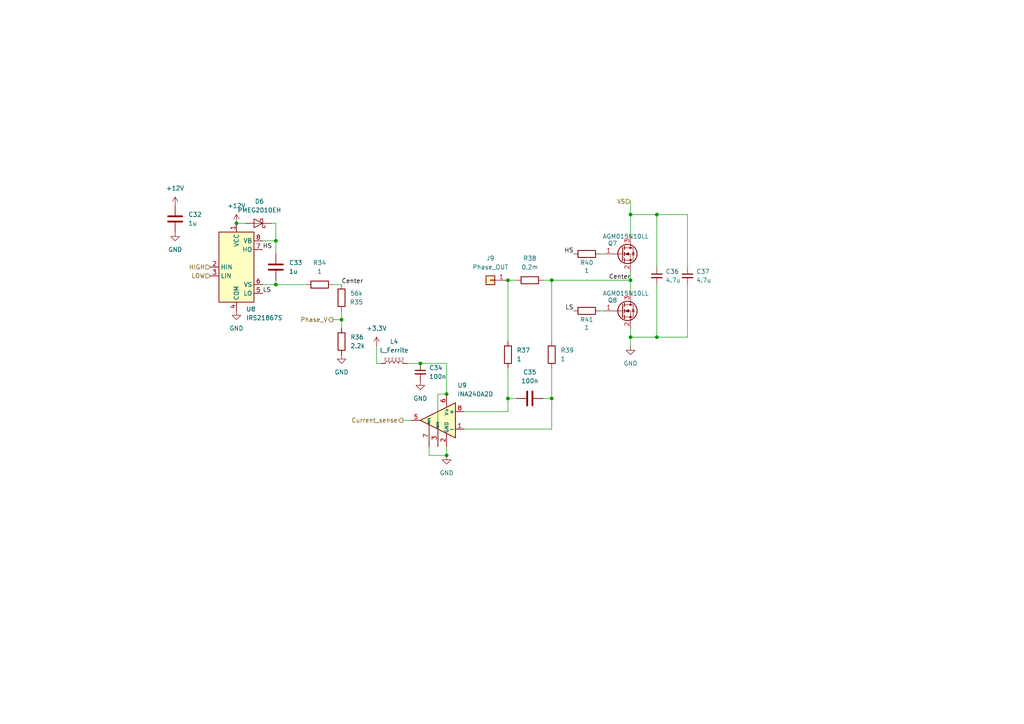
<source format=kicad_sch>
(kicad_sch (version 20250114) (generator "eeschema") (generator_version "9.0")
  (paper "A4")
  (title_block (title "GreenMobi Drive") (date "2025-07-02") (rev "0.1"))
  (lib_symbols
    (symbol "Amplifier_Current:INA240A2D" (pin_names (offset 0.127))
      (property "Reference" "U" (at 3.81 3.81 0))
      (property "Value" "INA240A2D" (at 3.81 -2.54 0))
      (symbol "INA240A2D_0_1"
        (polyline (pts (xy 5.08 0) (xy -5.08 5.08) (xy -5.08 -5.08) (xy 5.08 0)) (stroke (width 0.254)) (fill (type background)))
      )
      (symbol "INA240A2D_1_1"
        (pin input line (at -7.62 2.54 0) (length 2.54) (name "+") (number "8"))
        (pin input line (at -7.62 -2.54 0) (length 2.54) (name "-") (number "1"))
        (pin power_in line (at -2.54 7.62 270) (length 3.81) (name "V+") (number "6"))
        (pin power_in line (at -2.54 -7.62 90) (length 3.81) (name "GND") (number "2"))
        (pin passive line (at -2.54 -7.62 90) (length 3.81) (hide yes) (name "GND") (number "4"))
        (pin passive line (at 0 -7.62 90) (length 5.08) (name "REF2") (number "3"))
        (pin passive line (at 2.54 -7.62 90) (length 6.35) (name "REF1") (number "7"))
        (pin output line (at 7.62 0 180) (length 2.54) (name "~") (number "5"))
      )
    )
    (symbol "Connector_Generic:Conn_01x01" (pin_names (offset 1.016) (hide yes))
      (property "Reference" "J" (at 0 2.54 0))
      (property "Value" "Conn_01x01" (at 0 -2.54 0))
      (symbol "Conn_01x01_1_1"
        (rectangle (start -1.27 1.27) (end 1.27 -1.27) (stroke (width 0.254)) (fill (type background)))
        (rectangle (start -1.27 0.127) (end 0 -0.127) (stroke (width 0.1524)))
        (pin passive line (at -5.08 0 0) (length 3.81) (name "Pin_1") (number "1"))
      )
    )
    (symbol "Device:C" (pin_numbers (hide yes)) (pin_names (offset 0.254))
      (property "Reference" "C" (at 0.635 2.54 0))
      (property "Value" "C" (at 0.635 -2.54 0))
      (symbol "C_0_1"
        (polyline (pts (xy -2.032 0.762) (xy 2.032 0.762)) (stroke (width 0.508)))
        (polyline (pts (xy -2.032 -0.762) (xy 2.032 -0.762)) (stroke (width 0.508)))
      )
      (symbol "C_1_1"
        (pin passive line (at 0 3.81 270) (length 2.794) (name "~") (number "1"))
        (pin passive line (at 0 -3.81 90) (length 2.794) (name "~") (number "2"))
      )
    )
    (symbol "Device:C_Small" (pin_numbers (hide yes)) (pin_names (offset 0.254) (hide yes))
      (property "Reference" "C" (at 0.254 1.778 0))
      (property "Value" "C_Small" (at 0.254 -2.032 0))
      (symbol "C_Small_0_1"
        (polyline (pts (xy -1.524 0.508) (xy 1.524 0.508)) (stroke (width 0.3048)))
        (polyline (pts (xy -1.524 -0.508) (xy 1.524 -0.508)) (stroke (width 0.3302)))
      )
      (symbol "C_Small_1_1"
        (pin passive line (at 0 2.54 270) (length 2.032) (name "~") (number "1"))
        (pin passive line (at 0 -2.54 90) (length 2.032) (name "~") (number "2"))
      )
    )
    (symbol "Device:L_Ferrite" (pin_numbers (hide yes)) (pin_names (offset 1.016) (hide yes))
      (property "Reference" "L" (at -1.27 0 90))
      (property "Value" "L_Ferrite" (at 2.794 0 90))
      (symbol "L_Ferrite_0_1"
        (arc (start 0 2.54) (mid 0.6323 1.905) (end 0 1.27))
        (arc (start 0 1.27) (mid 0.6323 0.635) (end 0 0))
        (arc (start 0 0) (mid 0.6323 -0.635) (end 0 -1.27))
        (arc (start 0 -1.27) (mid 0.6323 -1.905) (end 0 -2.54))
        (polyline (pts (xy 1.016 2.286) (xy 1.016 2.794)))
        (polyline (pts (xy 1.016 1.27) (xy 1.016 1.778)))
        (polyline (pts (xy 1.016 0.254) (xy 1.016 0.762)))
        (polyline (pts (xy 1.016 -0.762) (xy 1.016 -0.254)))
        (polyline (pts (xy 1.016 -1.778) (xy 1.016 -1.27)))
        (polyline (pts (xy 1.016 -2.794) (xy 1.016 -2.286)))
        (polyline (pts (xy 1.524 2.794) (xy 1.524 2.286)))
        (polyline (pts (xy 1.524 1.778) (xy 1.524 1.27)))
        (polyline (pts (xy 1.524 0.762) (xy 1.524 0.254)))
        (polyline (pts (xy 1.524 -0.254) (xy 1.524 -0.762)))
        (polyline (pts (xy 1.524 -1.27) (xy 1.524 -1.778)))
        (polyline (pts (xy 1.524 -2.286) (xy 1.524 -2.794)))
      )
      (symbol "L_Ferrite_1_1"
        (pin passive line (at 0 3.81 270) (length 1.27) (name "1") (number "1"))
        (pin passive line (at 0 -3.81 90) (length 1.27) (name "2") (number "2"))
      )
    )
    (symbol "Device:R" (pin_numbers (hide yes)) (pin_names (offset 0))
      (property "Reference" "R" (at 2.032 0 90))
      (property "Value" "R" (at 0 0 90))
      (symbol "R_0_1"
        (rectangle (start -1.016 -2.54) (end 1.016 2.54) (stroke (width 0.254)))
      )
      (symbol "R_1_1"
        (pin passive line (at 0 3.81 270) (length 1.27) (name "~") (number "1"))
        (pin passive line (at 0 -3.81 90) (length 1.27) (name "~") (number "2"))
      )
    )
    (symbol "Diode:PMEG2010EH" (pin_numbers (hide yes)) (pin_names (hide yes))
      (property "Reference" "D" (at 0 2.54 0))
      (property "Value" "PMEG2010EH" (at 0 -2.54 0))
      (symbol "PMEG2010EH_0_1"
        (polyline (pts (xy -1.905 0.635) (xy -1.905 1.27) (xy -1.27 1.27) (xy -1.27 -1.27) (xy -0.635 -1.27) (xy -0.635 -0.635)) (stroke (width 0.2032)))
        (polyline (pts (xy 1.27 1.27) (xy 1.27 -1.27) (xy -1.27 0) (xy 1.27 1.27)) (stroke (width 0.2032)))
        (polyline (pts (xy 1.27 0) (xy -1.27 0)))
      )
      (symbol "PMEG2010EH_1_1"
        (pin passive line (at -3.81 0 0) (length 2.54) (name "K") (number "1"))
        (pin passive line (at 3.81 0 180) (length 2.54) (name "A") (number "2"))
      )
    )
    (symbol "Driver_FET:IRS21867S"
      (property "Reference" "U" (at 1.27 13.335 0))
      (property "Value" "IRS21867S" (at 1.27 11.43 0))
      (symbol "IRS21867S_0_1"
        (rectangle (start -5.08 -10.16) (end 5.08 10.16) (stroke (width 0.254)) (fill (type background)))
      )
      (symbol "IRS21867S_1_1"
        (pin input line (at -7.62 0 0) (length 2.54) (name "HIN") (number "2"))
        (pin input line (at -7.62 -2.54 0) (length 2.54) (name "LIN") (number "3"))
        (pin power_in line (at 0 12.7 270) (length 2.54) (name "VCC") (number "1"))
        (pin power_in line (at 0 -12.7 90) (length 2.54) (name "COM") (number "4"))
        (pin passive line (at 7.62 7.62 180) (length 2.54) (name "VB") (number "8"))
        (pin output line (at 7.62 5.08 180) (length 2.54) (name "HO") (number "7"))
        (pin passive line (at 7.62 -5.08 180) (length 2.54) (name "VS") (number "6"))
        (pin output line (at 7.62 -7.62 180) (length 2.54) (name "LO") (number "5"))
      )
    )
    (symbol "Transistor_FET:Q_NMOS_GSD" (pin_names (offset 0) (hide yes))
      (property "Reference" "Q" (at 5.08 1.905 0))
      (property "Value" "Q_NMOS_GSD" (at 5.08 0 0))
      (symbol "Q_NMOS_GSD_0_1"
        (polyline (pts (xy 0.254 1.905) (xy 0.254 -1.905)) (stroke (width 0.254)))
        (polyline (pts (xy 0.254 0) (xy -2.54 0)))
        (polyline (pts (xy 0.762 2.286) (xy 0.762 1.27)) (stroke (width 0.254)))
        (polyline (pts (xy 0.762 0.508) (xy 0.762 -0.508)) (stroke (width 0.254)))
        (polyline (pts (xy 0.762 -1.27) (xy 0.762 -2.286)) (stroke (width 0.254)))
        (polyline (pts (xy 0.762 -1.778) (xy 3.302 -1.778) (xy 3.302 1.778) (xy 0.762 1.778)))
        (polyline (pts (xy 1.016 0) (xy 2.032 0.381) (xy 2.032 -0.381) (xy 1.016 0)) (fill (type outline)))
        (circle (center 1.651 0) (radius 2.794) (stroke (width 0.254)))
        (polyline (pts (xy 2.54 2.54) (xy 2.54 1.778)))
        (circle (center 2.54 1.778) (radius 0.254) (fill (type outline)))
        (circle (center 2.54 -1.778) (radius 0.254) (fill (type outline)))
        (polyline (pts (xy 2.54 -2.54) (xy 2.54 0) (xy 0.762 0)))
        (polyline (pts (xy 2.921 0.381) (xy 3.683 0.381)))
        (polyline (pts (xy 3.302 0.381) (xy 2.921 -0.254) (xy 3.683 -0.254) (xy 3.302 0.381)))
      )
      (symbol "Q_NMOS_GSD_1_1"
        (pin input line (at -5.08 0 0) (length 2.54) (name "G") (number "1"))
        (pin passive line (at 2.54 5.08 270) (length 2.54) (name "D") (number "3"))
        (pin passive line (at 2.54 -5.08 90) (length 2.54) (name "S") (number "2"))
      )
    )
    (symbol "power:+12V" (power) (pin_numbers (hide yes)) (pin_names (offset 0) (hide yes))
      (property "Value" "+12V" (at 0 3.556 0))
      (symbol "+12V_0_1"
        (polyline (pts (xy -0.762 1.27) (xy 0 2.54)))
        (polyline (pts (xy 0 2.54) (xy 0.762 1.27)))
        (polyline (pts (xy 0 0) (xy 0 2.54)))
      )
      (symbol "+12V_1_1"
        (pin power_in line (at 0 0 90) (length 0) (name "~") (number "1"))
      )
    )
    (symbol "power:+3.3V" (power) (pin_numbers (hide yes)) (pin_names (offset 0) (hide yes))
      (property "Value" "+3.3V" (at 0 3.556 0))
      (symbol "+3.3V_0_1"
        (polyline (pts (xy -0.762 1.27) (xy 0 2.54)))
        (polyline (pts (xy 0 2.54) (xy 0.762 1.27)))
        (polyline (pts (xy 0 0) (xy 0 2.54)))
      )
      (symbol "+3.3V_1_1"
        (pin power_in line (at 0 0 90) (length 0) (name "~") (number "1"))
      )
    )
    (symbol "power:GND" (power) (pin_numbers (hide yes)) (pin_names (offset 0) (hide yes))
      (property "Value" "GND" (at 0 -3.81 0))
      (symbol "GND_0_1"
        (polyline (pts (xy 0 0) (xy 0 -1.27) (xy 1.27 -1.27) (xy 0 -2.54) (xy -1.27 -1.27) (xy 0 -1.27)))
      )
      (symbol "GND_1_1"
        (pin power_in line (at 0 0 270) (length 0) (name "~") (number "1"))
      )
    )
  )
  (junction (at 129.54 114.3))
  (junction (at 129.54 132.08))
  (junction (at 182.88 62.23))
  (junction (at 190.5 62.23))
  (junction (at 160.02 115.57))
  (junction (at 147.32 81.28))
  (junction (at 121.92 105.41))
  (junction (at 182.88 97.79))
  (junction (at 68.58 64.77))
  (junction (at 182.88 81.28))
  (junction (at 99.06 92.71))
  (junction (at 80.01 82.55))
  (junction (at 147.32 115.57))
  (junction (at 190.5 97.79))
  (junction (at 80.01 69.85))
  (junction (at 160.02 81.28))
  (wire (pts (xy 173.99 73.66) (xy 175.26 73.66)))
  (wire (pts (xy 190.5 97.79) (xy 199.39 97.79)))
  (wire (pts (xy 182.88 97.79) (xy 182.88 95.25)))
  (wire (pts (xy 190.5 82.55) (xy 190.5 97.79)))
  (wire (pts (xy 182.88 62.23) (xy 182.88 68.58)))
  (wire (pts (xy 160.02 115.57) (xy 160.02 106.68)))
  (wire (pts (xy 124.46 129.54) (xy 124.46 132.08)))
  (wire (pts (xy 157.48 81.28) (xy 160.02 81.28)))
  (wire (pts (xy 96.52 92.71) (xy 99.06 92.71)))
  (wire (pts (xy 99.06 95.25) (xy 99.06 92.71)))
  (wire (pts (xy 129.54 105.41) (xy 129.54 114.3)))
  (wire (pts (xy 80.01 82.55) (xy 80.01 81.28)))
  (wire (pts (xy 127 129.54) (xy 127 114.3)))
  (wire (pts (xy 76.2 82.55) (xy 80.01 82.55)))
  (wire (pts (xy 127 114.3) (xy 129.54 114.3)))
  (wire (pts (xy 68.58 64.77) (xy 71.12 64.77)))
  (wire (pts (xy 124.46 132.08) (xy 129.54 132.08)))
  (wire (pts (xy 182.88 81.28) (xy 182.88 78.74)))
  (wire (pts (xy 199.39 82.55) (xy 199.39 97.79)))
  (wire (pts (xy 199.39 77.47) (xy 199.39 62.23)))
  (wire (pts (xy 160.02 81.28) (xy 160.02 99.06)))
  (wire (pts (xy 80.01 69.85) (xy 76.2 69.85)))
  (wire (pts (xy 182.88 58.42) (xy 182.88 62.23)))
  (wire (pts (xy 80.01 82.55) (xy 88.9 82.55)))
  (wire (pts (xy 134.62 119.38) (xy 147.32 119.38)))
  (wire (pts (xy 182.88 62.23) (xy 190.5 62.23)))
  (wire (pts (xy 109.22 105.41) (xy 110.49 105.41)))
  (wire (pts (xy 182.88 97.79) (xy 190.5 97.79)))
  (wire (pts (xy 134.62 124.46) (xy 160.02 124.46)))
  (wire (pts (xy 190.5 62.23) (xy 190.5 77.47)))
  (wire (pts (xy 190.5 62.23) (xy 199.39 62.23)))
  (wire (pts (xy 157.48 115.57) (xy 160.02 115.57)))
  (wire (pts (xy 160.02 124.46) (xy 160.02 115.57)))
  (wire (pts (xy 118.11 105.41) (xy 121.92 105.41)))
  (wire (pts (xy 147.32 115.57) (xy 149.86 115.57)))
  (wire (pts (xy 147.32 81.28) (xy 147.32 99.06)))
  (wire (pts (xy 129.54 129.54) (xy 129.54 132.08)))
  (wire (pts (xy 80.01 64.77) (xy 80.01 69.85)))
  (wire (pts (xy 78.74 64.77) (xy 80.01 64.77)))
  (wire (pts (xy 147.32 115.57) (xy 147.32 106.68)))
  (wire (pts (xy 116.84 121.92) (xy 119.38 121.92)))
  (wire (pts (xy 173.99 90.17) (xy 175.26 90.17)))
  (wire (pts (xy 99.06 82.55) (xy 96.52 82.55)))
  (wire (pts (xy 99.06 90.17) (xy 99.06 92.71)))
  (wire (pts (xy 160.02 81.28) (xy 182.88 81.28)))
  (wire (pts (xy 182.88 100.33) (xy 182.88 97.79)))
  (wire (pts (xy 147.32 119.38) (xy 147.32 115.57)))
  (wire (pts (xy 147.32 81.28) (xy 149.86 81.28)))
  (wire (pts (xy 109.22 100.33) (xy 109.22 105.41)))
  (wire (pts (xy 121.92 105.41) (xy 129.54 105.41)))
  (wire (pts (xy 80.01 73.66) (xy 80.01 69.85)))
  (wire (pts (xy 182.88 85.09) (xy 182.88 81.28)))
  (label "HS" (at 76.2 72.39 0))
  (label "HS" (at 166.37 73.66 180))
  (label "LS" (at 76.2 85.09 0))
  (label "Center" (at 182.88 81.28 180))
  (label "Center" (at 99.06 82.55 0))
  (label "LS" (at 166.37 90.17 180))
  (hierarchical_label "LOW" (shape input) (at 60.96 80.01 180))
  (hierarchical_label "Phase_V" (shape output) (at 96.52 92.71 180))
  (hierarchical_label "Current_sense" (shape output) (at 116.84 121.92 180))
  (hierarchical_label "HIGH" (shape input) (at 60.96 77.47 180))
  (hierarchical_label "VS" (shape input) (at 182.88 58.42 180))
  (symbol (lib_id "Device:C_Small") (at 121.92 107.95 0) (unit 1)
    (property "Reference" "C22" (at 124.46 106.6862 0) (effects (justify left)))
    (property "Value" "100n" (at 124.46 109.2262 0) (effects (justify left)))
    (property "Footprint" "Capacitor_SMD:C_0402_1005Metric" (effects (hide yes)))
    (property "Description" "Unpolarized capacitor, small symbol" (effects (hide yes)))
    (instances (project "" (path "" (reference "C34") (unit 1)) (path "" (reference "C28") (unit 1)) (path "" (reference "C22") (unit 1))))
  )
  (symbol (lib_id "power:GND") (at 50.8 67.31 0) (unit 1)
    (property "Reference" "#PWR059" (effects (hide yes)))
    (property "Value" "GND" (at 50.8 72.39 0))
    (property "Description" "Power symbol creates a global label with name \"GND\" , ground" (effects (hide yes)))
    (instances (project "greenmobi-drive" (path "" (reference "#PWR077") (unit 1)) (path "" (reference "#PWR068") (unit 1)) (path "" (reference "#PWR059") (unit 1))))
  )
  (symbol (lib_id "Device:R") (at 99.06 86.36 180) (unit 1)
    (property "Reference" "R19" (at 103.378 87.63 0))
    (property "Value" "56k" (at 103.378 85.09 0))
    (property "Footprint" "Resistor_SMD:R_0805_2012Metric" (effects (hide yes)))
    (property "Description" "Resistor" (effects (hide yes)))
    (instances (project "greenmobi-drive" (path "" (reference "R35") (unit 1)) (path "" (reference "R27") (unit 1)) (path "" (reference "R19") (unit 1))))
  )
  (symbol (lib_id "Connector_Generic:Conn_01x01") (at 142.24 81.28 180) (unit 1)
    (property "Reference" "J7" (at 142.24 74.93 0))
    (property "Value" "Phase_OUT" (at 142.24 77.47 0))
    (property "Footprint" "MountingHole:MountingHole_5.3mm_M5_DIN965_Pad" (effects (hide yes)))
    (property "Description" "Generic connector, single row, 01x01, script generated (kicad-library-utils/schlib/autogen/connector/)" (effects (hide yes)))
    (instances (project "greenmobi-drive" (path "" (reference "J9") (unit 1)) (path "" (reference "J8") (unit 1)) (path "" (reference "J7") (unit 1))))
  )
  (symbol (lib_id "Transistor_FET:Q_NMOS_GSD") (at 180.34 90.17 0) (unit 1)
    (property "Reference" "Q4" (at 176.276 87.122 0) (effects (justify left)))
    (property "Value" "AGM015N10LL" (at 174.752 85.09 0) (effects (justify left)))
    (property "Footprint" "Package_TO_SOT_SMD:Infineon_PG-HSOF-8-1_ThermalVias" (effects (hide yes)))
    (property "Description" "N-MOSFET transistor, gate/source/drain" (effects (hide yes)))
    (property "LCSC" "C5297508" (effects (hide yes)))
    (instances (project "greenmobi-drive" (path "" (reference "Q8") (unit 1)) (path "" (reference "Q6") (unit 1)) (path "" (reference "Q4") (unit 1))))
  )
  (symbol (lib_id "Device:L_Ferrite") (at 114.3 105.41 90) (unit 1)
    (property "Reference" "L2" (at 114.3 99.06 90))
    (property "Value" "L_Ferrite" (at 114.3 101.6 90))
    (property "Footprint" "Inductor_SMD:L_0402_1005Metric" (effects (hide yes)))
    (property "Description" "Inductor with ferrite core" (effects (hide yes)))
    (instances (project "" (path "" (reference "L4") (unit 1)) (path "" (reference "L3") (unit 1)) (path "" (reference "L2") (unit 1))))
  )
  (symbol (lib_id "Device:C") (at 153.67 115.57 270) (unit 1)
    (property "Reference" "C23" (at 153.67 107.95 90))
    (property "Value" "100n" (at 153.67 110.49 90))
    (property "Footprint" "Capacitor_SMD:C_0402_1005Metric" (effects (hide yes)))
    (property "Description" "Unpolarized capacitor" (effects (hide yes)))
    (instances (project "greenmobi-drive" (path "" (reference "C35") (unit 1)) (path "" (reference "C29") (unit 1)) (path "" (reference "C23") (unit 1))))
  )
  (symbol (lib_id "Driver_FET:IRS21867S") (at 68.58 77.47 0) (unit 1)
    (property "Reference" "U4" (at 71.374 89.662 0) (effects (justify left)))
    (property "Value" "IRS21867S" (at 71.374 92.202 0) (effects (justify left)))
    (property "Footprint" "Package_SO:SOIC-8_3.9x4.9mm_P1.27mm" (effects (hide yes)))
    (property "Datasheet" "http://www.infineon.com/dgdl/irs21867spbf.pdf?fileId=5546d462533600a4015356770e8327eb" (effects (hide yes)))
    (property "Description" "High and Low Side Driver, 600V, 4.0/4.0A, SOIC-8" (effects (hide yes)))
    (instances (project "greenmobi-drive" (path "" (reference "U8") (unit 1)) (path "" (reference "U6") (unit 1)) (path "" (reference "U4") (unit 1))))
  )
  (symbol (lib_id "Device:R") (at 160.02 102.87 180) (unit 1)
    (property "Reference" "R23" (at 162.56 101.5999 0) (effects (justify right)))
    (property "Value" "1" (at 162.56 104.1399 0) (effects (justify right)))
    (property "Footprint" "Resistor_SMD:R_0402_1005Metric" (effects (hide yes)))
    (property "Description" "Resistor" (effects (hide yes)))
    (instances (project "greenmobi-drive" (path "" (reference "R39") (unit 1)) (path "" (reference "R31") (unit 1)) (path "" (reference "R23") (unit 1))))
  )
  (symbol (lib_id "Device:R") (at 153.67 81.28 270) (unit 1)
    (property "Reference" "R22" (at 153.67 74.93 90))
    (property "Value" "0.2m" (at 153.67 77.47 90))
    (property "Footprint" "Resistor_SMD:R_2512_6332Metric" (effects (hide yes)))
    (property "Description" "Resistor" (effects (hide yes)))
    (property "LCSC" "C4944115" (effects (hide yes)))
    (instances (project "greenmobi-drive" (path "" (reference "R38") (unit 1)) (path "" (reference "R30") (unit 1)) (path "" (reference "R22") (unit 1))))
  )
  (symbol (lib_id "power:GND") (at 121.92 110.49 0) (unit 1)
    (property "Reference" "#PWR064" (effects (hide yes)))
    (property "Value" "GND" (at 121.92 115.57 0))
    (property "Description" "Power symbol creates a global label with name \"GND\" , ground" (effects (hide yes)))
    (instances (project "greenmobi-drive" (path "" (reference "#PWR082") (unit 1)) (path "" (reference "#PWR073") (unit 1)) (path "" (reference "#PWR064") (unit 1))))
  )
  (symbol (lib_id "Device:C") (at 80.01 77.47 0) (unit 1)
    (property "Reference" "C21" (at 83.82 76.1999 0) (effects (justify left)))
    (property "Value" "1u" (at 83.82 78.7399 0) (effects (justify left)))
    (property "Footprint" "Capacitor_SMD:C_1206_3216Metric" (effects (hide yes)))
    (property "Description" "Unpolarized capacitor" (effects (hide yes)))
    (instances (project "greenmobi-drive" (path "" (reference "C33") (unit 1)) (path "" (reference "C27") (unit 1)) (path "" (reference "C21") (unit 1))))
  )
  (symbol (lib_id "Device:C") (at 50.8 63.5 0) (unit 1)
    (property "Reference" "C20" (at 54.61 62.2299 0) (effects (justify left)))
    (property "Value" "1u" (at 54.61 64.7699 0) (effects (justify left)))
    (property "Footprint" "Capacitor_SMD:C_1206_3216Metric" (effects (hide yes)))
    (property "Description" "Unpolarized capacitor" (effects (hide yes)))
    (instances (project "greenmobi-drive" (path "" (reference "C32") (unit 1)) (path "" (reference "C26") (unit 1)) (path "" (reference "C20") (unit 1))))
  )
  (symbol (lib_id "Amplifier_Current:INA240A2D") (at 127 121.92 0) (mirror y) (unit 1)
    (property "Reference" "U5" (at 132.6581 111.76 0) (effects (justify right)))
    (property "Value" "INA240A2D" (at 132.6581 114.3 0) (effects (justify right)))
    (property "Footprint" "Package_SO:SOIC-8_3.9x4.9mm_P1.27mm" (effects (hide yes)))
    (property "Datasheet" "http://www.ti.com/lit/ds/symlink/ina240.pdf" (effects (hide yes)))
    (property "Description" "High- and Low-Side, Bidirectional, Zero-Drift, Current-Sense Amplifier With Enhanced PWM Rejection, 50V/V, SOIC-8" (effects (hide yes)))
    (property "LCSC" "C2060768" (effects (hide yes)))
    (instances (project "greenmobi-drive" (path "" (reference "U9") (unit 1)) (path "" (reference "U7") (unit 1)) (path "" (reference "U5") (unit 1))))
  )
  (symbol (lib_id "Device:R") (at 170.18 90.17 90) (unit 1)
    (property "Reference" "R25" (at 170.18 92.71 90))
    (property "Value" "1" (at 170.18 94.996 90))
    (property "Footprint" "Resistor_SMD:R_0805_2012Metric" (effects (hide yes)))
    (property "Description" "Resistor" (effects (hide yes)))
    (instances (project "greenmobi-drive" (path "" (reference "R41") (unit 1)) (path "" (reference "R33") (unit 1)) (path "" (reference "R25") (unit 1))))
  )
  (symbol (lib_id "power:GND") (at 182.88 100.33 0) (unit 1)
    (property "Reference" "#PWR066" (effects (hide yes)))
    (property "Value" "GND" (at 182.88 105.41 0))
    (property "Description" "Power symbol creates a global label with name \"GND\" , ground" (effects (hide yes)))
    (instances (project "greenmobi-drive" (path "" (reference "#PWR084") (unit 1)) (path "" (reference "#PWR075") (unit 1)) (path "" (reference "#PWR066") (unit 1))))
  )
  (symbol (lib_id "Device:C_Small") (at 190.5 80.01 0) (unit 1)
    (property "Reference" "C24" (at 193.04 78.7462 0) (effects (justify left)))
    (property "Value" "4.7u" (at 193.04 81.2862 0) (effects (justify left)))
    (property "Footprint" "Capacitor_SMD:C_1210_3225Metric" (effects (hide yes)))
    (property "Description" "Unpolarized capacitor, small symbol" (effects (hide yes)))
    (instances (project "greenmobi-drive" (path "" (reference "C36") (unit 1)) (path "" (reference "C30") (unit 1)) (path "" (reference "C24") (unit 1))))
  )
  (symbol (lib_id "Device:C_Small") (at 199.39 80.01 0) (unit 1)
    (property "Reference" "C25" (at 201.93 78.7462 0) (effects (justify left)))
    (property "Value" "4.7u" (at 201.93 81.2862 0) (effects (justify left)))
    (property "Footprint" "Capacitor_SMD:C_1210_3225Metric" (effects (hide yes)))
    (property "Description" "Unpolarized capacitor, small symbol" (effects (hide yes)))
    (instances (project "greenmobi-drive" (path "" (reference "C37") (unit 1)) (path "" (reference "C31") (unit 1)) (path "" (reference "C25") (unit 1))))
  )
  (symbol (lib_id "Device:R") (at 147.32 102.87 180) (unit 1)
    (property "Reference" "R21" (at 149.86 101.5999 0) (effects (justify right)))
    (property "Value" "1" (at 149.86 104.1399 0) (effects (justify right)))
    (property "Footprint" "Resistor_SMD:R_0402_1005Metric" (effects (hide yes)))
    (property "Description" "Resistor" (effects (hide yes)))
    (instances (project "greenmobi-drive" (path "" (reference "R37") (unit 1)) (path "" (reference "R29") (unit 1)) (path "" (reference "R21") (unit 1))))
  )
  (symbol (lib_id "Diode:PMEG2010EH") (at 74.93 64.77 180) (unit 1)
    (property "Reference" "D4" (at 75.2475 58.42 0))
    (property "Value" "PMEG2010EH" (at 75.2475 60.96 0))
    (property "Footprint" "Diode_SMD:D_SOD-123F" (effects (hide yes)))
    (property "Datasheet" "https://assets.nexperia.com/documents/data-sheet/PMEG2010EH_EJ_ET.pdf" (effects (hide yes)))
    (property "Description" "20V, 1A very low Vf MEGA Schottky barrier rectifier, SOD-123F" (effects (hide yes)))
    (instances (project "" (path "" (reference "D6") (unit 1)) (path "" (reference "D5") (unit 1)) (path "" (reference "D4") (unit 1))))
  )
  (symbol (lib_id "Device:R") (at 92.71 82.55 90) (unit 1)
    (property "Reference" "R18" (at 92.71 76.2 90))
    (property "Value" "1" (at 92.71 78.74 90))
    (property "Footprint" "Resistor_SMD:R_0805_2012Metric" (effects (hide yes)))
    (property "Description" "Resistor" (effects (hide yes)))
    (instances (project "greenmobi-drive" (path "" (reference "R34") (unit 1)) (path "" (reference "R26") (unit 1)) (path "" (reference "R18") (unit 1))))
  )
  (symbol (lib_id "power:+3.3V") (at 109.22 100.33 0) (unit 1)
    (property "Reference" "#PWR063" (effects (hide yes)))
    (property "Value" "+3.3V" (at 109.22 95.25 0))
    (property "Description" "Power symbol creates a global label with name \"+3.3V\"" (effects (hide yes)))
    (instances (project "greenmobi-drive" (path "" (reference "#PWR081") (unit 1)) (path "" (reference "#PWR072") (unit 1)) (path "" (reference "#PWR063") (unit 1))))
  )
  (symbol (lib_id "Device:R") (at 170.18 73.66 90) (unit 1)
    (property "Reference" "R24" (at 170.18 76.2 90))
    (property "Value" "1" (at 170.18 78.486 90))
    (property "Footprint" "Resistor_SMD:R_0805_2012Metric" (effects (hide yes)))
    (property "Description" "Resistor" (effects (hide yes)))
    (instances (project "greenmobi-drive" (path "" (reference "R40") (unit 1)) (path "" (reference "R32") (unit 1)) (path "" (reference "R24") (unit 1))))
  )
  (symbol (lib_id "power:GND") (at 99.06 102.87 0) (unit 1)
    (property "Reference" "#PWR062" (effects (hide yes)))
    (property "Value" "GND" (at 99.06 107.95 0))
    (property "Description" "Power symbol creates a global label with name \"GND\" , ground" (effects (hide yes)))
    (instances (project "greenmobi-drive" (path "" (reference "#PWR080") (unit 1)) (path "" (reference "#PWR071") (unit 1)) (path "" (reference "#PWR062") (unit 1))))
  )
  (symbol (lib_id "power:GND") (at 68.58 90.17 0) (unit 1)
    (property "Reference" "#PWR061" (effects (hide yes)))
    (property "Value" "GND" (at 68.58 95.25 0))
    (property "Description" "Power symbol creates a global label with name \"GND\" , ground" (effects (hide yes)))
    (instances (project "greenmobi-drive" (path "" (reference "#PWR079") (unit 1)) (path "" (reference "#PWR070") (unit 1)) (path "" (reference "#PWR061") (unit 1))))
  )
  (symbol (lib_id "Device:R") (at 99.06 99.06 180) (unit 1)
    (property "Reference" "R20" (at 101.6 97.7899 0) (effects (justify right)))
    (property "Value" "2.2k" (at 101.6 100.3299 0) (effects (justify right)))
    (property "Footprint" "Resistor_SMD:R_0402_1005Metric" (effects (hide yes)))
    (property "Description" "Resistor" (effects (hide yes)))
    (instances (project "greenmobi-drive" (path "" (reference "R36") (unit 1)) (path "" (reference "R28") (unit 1)) (path "" (reference "R20") (unit 1))))
  )
  (symbol (lib_id "power:+12V") (at 68.58 64.77 0) (unit 1)
    (property "Reference" "#PWR060" (effects (hide yes)))
    (property "Value" "+12V" (at 68.58 59.69 0))
    (property "Description" "Power symbol creates a global label with name \"+12V\"" (effects (hide yes)))
    (instances (project "greenmobi-drive" (path "" (reference "#PWR078") (unit 1)) (path "" (reference "#PWR069") (unit 1)) (path "" (reference "#PWR060") (unit 1))))
  )
  (symbol (lib_id "power:+12V") (at 50.8 59.69 0) (unit 1)
    (property "Reference" "#PWR058" (effects (hide yes)))
    (property "Value" "+12V" (at 50.8 54.61 0))
    (property "Description" "Power symbol creates a global label with name \"+12V\"" (effects (hide yes)))
    (instances (project "greenmobi-drive" (path "" (reference "#PWR076") (unit 1)) (path "" (reference "#PWR067") (unit 1)) (path "" (reference "#PWR058") (unit 1))))
  )
  (symbol (lib_id "Transistor_FET:Q_NMOS_GSD") (at 180.34 73.66 0) (unit 1)
    (property "Reference" "Q3" (at 176.276 70.612 0) (effects (justify left)))
    (property "Value" "AGM015N10LL" (at 174.752 68.58 0) (effects (justify left)))
    (property "Footprint" "Package_TO_SOT_SMD:Infineon_PG-HSOF-8-1_ThermalVias" (effects (hide yes)))
    (property "Description" "N-MOSFET transistor, gate/source/drain" (effects (hide yes)))
    (property "LCSC" "C5297508" (effects (hide yes)))
    (instances (project "greenmobi-drive" (path "" (reference "Q7") (unit 1)) (path "" (reference "Q5") (unit 1)) (path "" (reference "Q3") (unit 1))))
  )
  (symbol (lib_id "power:GND") (at 129.54 132.08 0) (unit 1)
    (property "Reference" "#PWR065" (effects (hide yes)))
    (property "Value" "GND" (at 129.54 137.16 0))
    (property "Description" "Power symbol creates a global label with name \"GND\" , ground" (effects (hide yes)))
    (instances (project "greenmobi-drive" (path "" (reference "#PWR083") (unit 1)) (path "" (reference "#PWR074") (unit 1)) (path "" (reference "#PWR065") (unit 1))))
  )
)
</source>
